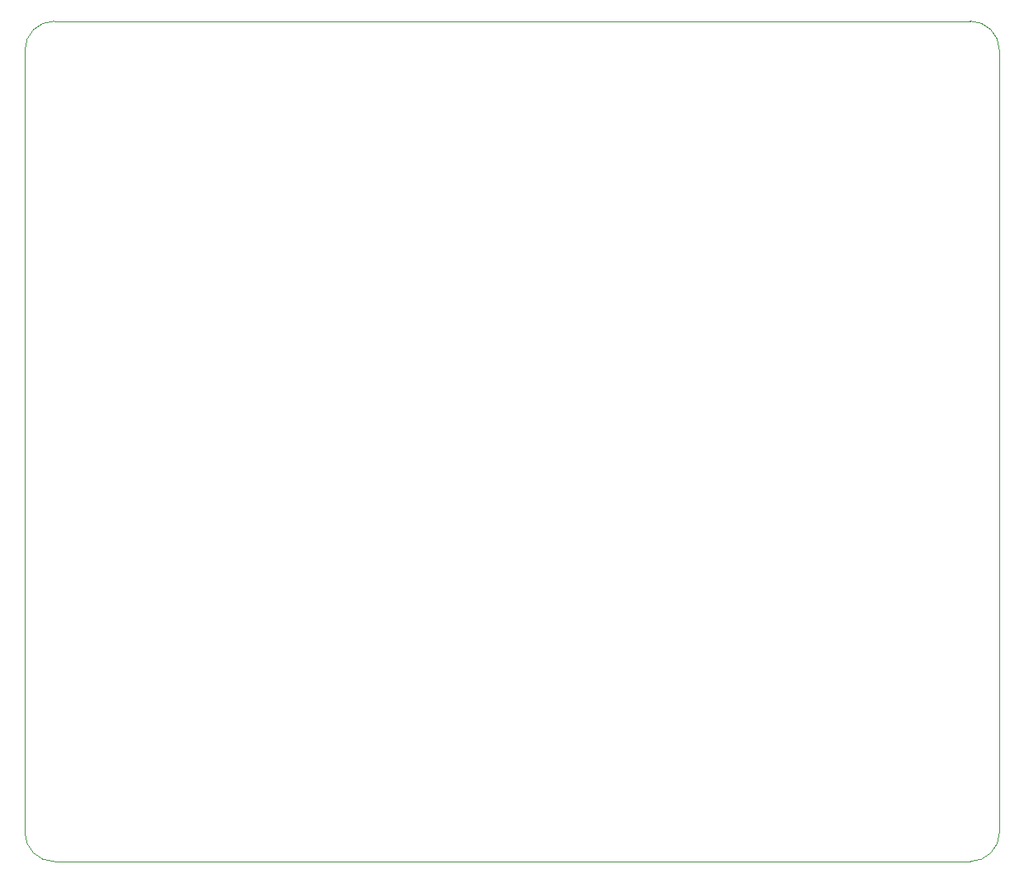
<source format=gbr>
%TF.GenerationSoftware,KiCad,Pcbnew,7.0.6*%
%TF.CreationDate,2024-03-10T14:45:18-07:00*%
%TF.ProjectId,MainBoard,4d61696e-426f-4617-9264-2e6b69636164,0.2*%
%TF.SameCoordinates,Original*%
%TF.FileFunction,Profile,NP*%
%FSLAX46Y46*%
G04 Gerber Fmt 4.6, Leading zero omitted, Abs format (unit mm)*
G04 Created by KiCad (PCBNEW 7.0.6) date 2024-03-10 14:45:18*
%MOMM*%
%LPD*%
G01*
G04 APERTURE LIST*
%TA.AperFunction,Profile*%
%ADD10C,0.100000*%
%TD*%
G04 APERTURE END LIST*
D10*
X168500000Y-82300000D02*
G75*
G03*
X165500000Y-85300000I0J-3000000D01*
G01*
X265500000Y-85300000D02*
X265500000Y-165600000D01*
X262500000Y-168600000D02*
G75*
G03*
X265500000Y-165600000I0J3000000D01*
G01*
X165500000Y-165600000D02*
G75*
G03*
X168500000Y-168600000I3000000J0D01*
G01*
X262500000Y-168600000D02*
X168500000Y-168600000D01*
X168500000Y-82300000D02*
X262500000Y-82300000D01*
X265500000Y-85300000D02*
G75*
G03*
X262500000Y-82300000I-3000000J0D01*
G01*
X165500000Y-165600000D02*
X165500000Y-85300000D01*
M02*

</source>
